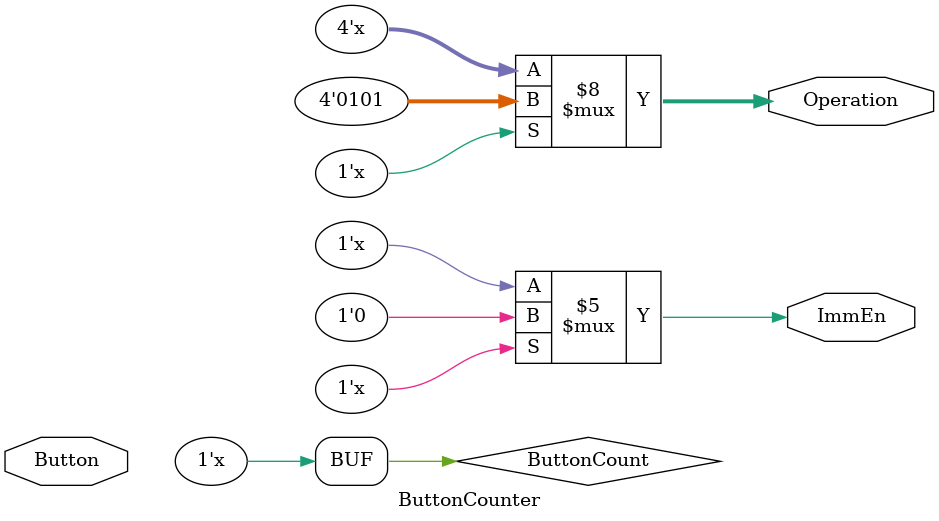
<source format=v>
module ButtonCounter(Button, Operation, ImmEn);

input Button;
output reg [3:0] Operation;
output reg ImmEn;

reg ButtonCount;

parameter AND = 4'b0001;
parameter OR = 4'b0010;
parameter XOR = 4'b0011;
parameter ADD = 4'b0101;
parameter ADDU = 4'b0110;
parameter ADDC = 4'b0111;
parameter SUB = 4'b1001;
parameter SUBC = 4'b1010;
parameter CMP = 4'b1011;
parameter NOT = 4'b1111;

parameter LSHI = 3'b000;
parameter LSH = 3'b010;
parameter ASHUI = 3'b001;
parameter ASHU = 3'b011;

always @(Button)
begin
	if (Button == 0)
	begin
	   ButtonCount = ButtonCount + 1;
	end
		
	
	case(ButtonCount)
		1://Add
		begin
			Operation = ADD; ImmEn = 0;
		end
		2://Addi
		begin
			Operation = ADD; ImmEn = 1;
		end
		3://Addu
		begin
			Operation = ADDU; ImmEn = 0;
		end
		4://Addui
		begin
			Operation = ADDU; ImmEn = 1;
		end
		5://Addc
		begin
			Operation = ADDC; ImmEn = 0;
		end
		6://Addci
		begin
			Operation = ADDC; ImmEn = 1;
		end
		7://Sub
		begin
			Operation = SUB; ImmEn = 0;
		end
		8://Subi
		begin
			Operation = SUB; ImmEn = 1;
		end
		9: //Cmp
		begin
			Operation = CMP; ImmEn = 0;
		end
		10: //Cmpi
		begin
			Operation = CMP; ImmEn = 1;
		end
		11: //AND
		begin
			Operation = AND; ImmEn = 0;
		end
		12: //OR
		begin
			Operation = OR; ImmEn = 0;
		end
		13: //XOR
		begin 
			Operation = XOR; ImmEn = 0;
		end
		14: // NOT
		begin
			Operation = NOT; ImmEn = 0;
			ButtonCount = 0;
		end
	endcase
	end
endmodule
</source>
